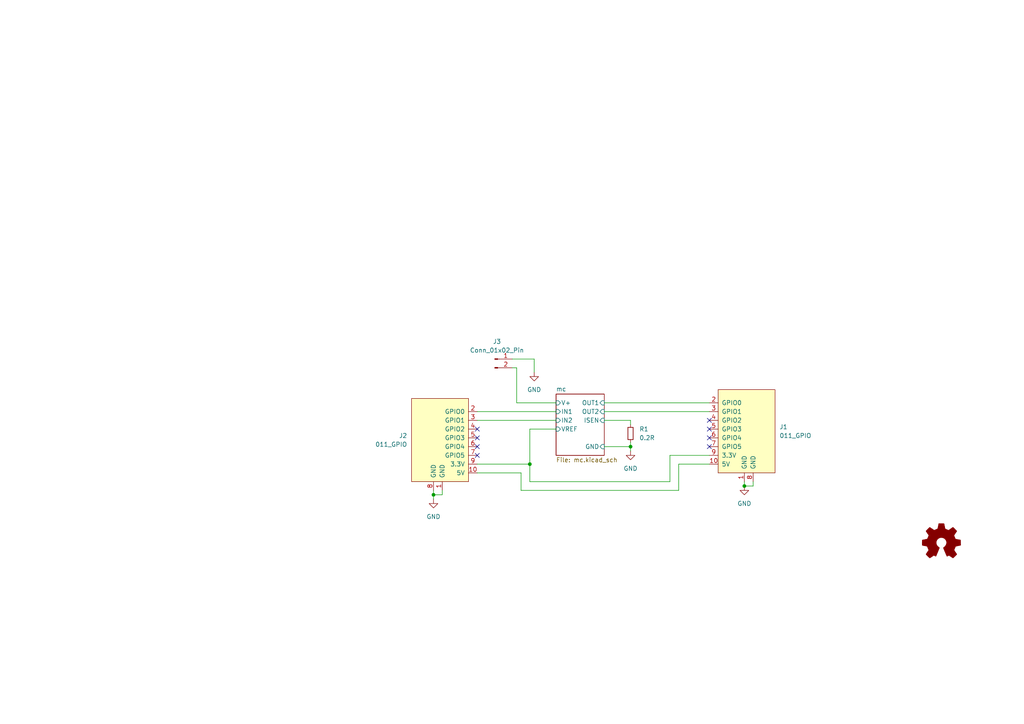
<source format=kicad_sch>
(kicad_sch
	(version 20231120)
	(generator "eeschema")
	(generator_version "8.0")
	(uuid "57732dd3-1162-4c3f-88bd-31bf473d124d")
	(paper "A4")
	(lib_symbols
		(symbol "Connector:Conn_01x02_Pin"
			(pin_names
				(offset 1.016) hide)
			(exclude_from_sim no)
			(in_bom yes)
			(on_board yes)
			(property "Reference" "J"
				(at 0 2.54 0)
				(effects
					(font
						(size 1.27 1.27)
					)
				)
			)
			(property "Value" "Conn_01x02_Pin"
				(at 0 -5.08 0)
				(effects
					(font
						(size 1.27 1.27)
					)
				)
			)
			(property "Footprint" ""
				(at 0 0 0)
				(effects
					(font
						(size 1.27 1.27)
					)
					(hide yes)
				)
			)
			(property "Datasheet" "~"
				(at 0 0 0)
				(effects
					(font
						(size 1.27 1.27)
					)
					(hide yes)
				)
			)
			(property "Description" "Generic connector, single row, 01x02, script generated"
				(at 0 0 0)
				(effects
					(font
						(size 1.27 1.27)
					)
					(hide yes)
				)
			)
			(property "ki_locked" ""
				(at 0 0 0)
				(effects
					(font
						(size 1.27 1.27)
					)
				)
			)
			(property "ki_keywords" "connector"
				(at 0 0 0)
				(effects
					(font
						(size 1.27 1.27)
					)
					(hide yes)
				)
			)
			(property "ki_fp_filters" "Connector*:*_1x??_*"
				(at 0 0 0)
				(effects
					(font
						(size 1.27 1.27)
					)
					(hide yes)
				)
			)
			(symbol "Conn_01x02_Pin_1_1"
				(polyline
					(pts
						(xy 1.27 -2.54) (xy 0.8636 -2.54)
					)
					(stroke
						(width 0.1524)
						(type default)
					)
					(fill
						(type none)
					)
				)
				(polyline
					(pts
						(xy 1.27 0) (xy 0.8636 0)
					)
					(stroke
						(width 0.1524)
						(type default)
					)
					(fill
						(type none)
					)
				)
				(rectangle
					(start 0.8636 -2.413)
					(end 0 -2.667)
					(stroke
						(width 0.1524)
						(type default)
					)
					(fill
						(type outline)
					)
				)
				(rectangle
					(start 0.8636 0.127)
					(end 0 -0.127)
					(stroke
						(width 0.1524)
						(type default)
					)
					(fill
						(type outline)
					)
				)
				(pin passive line
					(at 5.08 0 180)
					(length 3.81)
					(name "Pin_1"
						(effects
							(font
								(size 1.27 1.27)
							)
						)
					)
					(number "1"
						(effects
							(font
								(size 1.27 1.27)
							)
						)
					)
				)
				(pin passive line
					(at 5.08 -2.54 180)
					(length 3.81)
					(name "Pin_2"
						(effects
							(font
								(size 1.27 1.27)
							)
						)
					)
					(number "2"
						(effects
							(font
								(size 1.27 1.27)
							)
						)
					)
				)
			)
		)
		(symbol "Device:R_Small"
			(pin_numbers hide)
			(pin_names
				(offset 0.254) hide)
			(exclude_from_sim no)
			(in_bom yes)
			(on_board yes)
			(property "Reference" "R"
				(at 0.762 0.508 0)
				(effects
					(font
						(size 1.27 1.27)
					)
					(justify left)
				)
			)
			(property "Value" "R_Small"
				(at 0.762 -1.016 0)
				(effects
					(font
						(size 1.27 1.27)
					)
					(justify left)
				)
			)
			(property "Footprint" ""
				(at 0 0 0)
				(effects
					(font
						(size 1.27 1.27)
					)
					(hide yes)
				)
			)
			(property "Datasheet" "~"
				(at 0 0 0)
				(effects
					(font
						(size 1.27 1.27)
					)
					(hide yes)
				)
			)
			(property "Description" "Resistor, small symbol"
				(at 0 0 0)
				(effects
					(font
						(size 1.27 1.27)
					)
					(hide yes)
				)
			)
			(property "ki_keywords" "R resistor"
				(at 0 0 0)
				(effects
					(font
						(size 1.27 1.27)
					)
					(hide yes)
				)
			)
			(property "ki_fp_filters" "R_*"
				(at 0 0 0)
				(effects
					(font
						(size 1.27 1.27)
					)
					(hide yes)
				)
			)
			(symbol "R_Small_0_1"
				(rectangle
					(start -0.762 1.778)
					(end 0.762 -1.778)
					(stroke
						(width 0.2032)
						(type default)
					)
					(fill
						(type none)
					)
				)
			)
			(symbol "R_Small_1_1"
				(pin passive line
					(at 0 2.54 270)
					(length 0.762)
					(name "~"
						(effects
							(font
								(size 1.27 1.27)
							)
						)
					)
					(number "1"
						(effects
							(font
								(size 1.27 1.27)
							)
						)
					)
				)
				(pin passive line
					(at 0 -2.54 90)
					(length 0.762)
					(name "~"
						(effects
							(font
								(size 1.27 1.27)
							)
						)
					)
					(number "2"
						(effects
							(font
								(size 1.27 1.27)
							)
						)
					)
				)
			)
		)
		(symbol "Graphic:Logo_Open_Hardware_Small"
			(pin_names
				(offset 1.016)
			)
			(exclude_from_sim no)
			(in_bom yes)
			(on_board yes)
			(property "Reference" "#LOGO"
				(at 0 6.985 0)
				(effects
					(font
						(size 1.27 1.27)
					)
					(hide yes)
				)
			)
			(property "Value" "Logo_Open_Hardware_Small"
				(at 0 -5.715 0)
				(effects
					(font
						(size 1.27 1.27)
					)
					(hide yes)
				)
			)
			(property "Footprint" ""
				(at 0 0 0)
				(effects
					(font
						(size 1.27 1.27)
					)
					(hide yes)
				)
			)
			(property "Datasheet" "~"
				(at 0 0 0)
				(effects
					(font
						(size 1.27 1.27)
					)
					(hide yes)
				)
			)
			(property "Description" "Open Hardware logo, small"
				(at 0 0 0)
				(effects
					(font
						(size 1.27 1.27)
					)
					(hide yes)
				)
			)
			(property "ki_keywords" "Logo"
				(at 0 0 0)
				(effects
					(font
						(size 1.27 1.27)
					)
					(hide yes)
				)
			)
			(symbol "Logo_Open_Hardware_Small_0_1"
				(polyline
					(pts
						(xy 3.3528 -4.3434) (xy 3.302 -4.318) (xy 3.175 -4.2418) (xy 2.9972 -4.1148) (xy 2.7686 -3.9624)
						(xy 2.54 -3.81) (xy 2.3622 -3.7084) (xy 2.2352 -3.6068) (xy 2.1844 -3.5814) (xy 2.159 -3.6068)
						(xy 2.0574 -3.6576) (xy 1.905 -3.7338) (xy 1.8034 -3.7846) (xy 1.6764 -3.8354) (xy 1.6002 -3.8354)
						(xy 1.6002 -3.8354) (xy 1.5494 -3.7338) (xy 1.4732 -3.5306) (xy 1.3462 -3.302) (xy 1.2446 -3.0226)
						(xy 1.1176 -2.7178) (xy 0.9652 -2.413) (xy 0.8636 -2.1082) (xy 0.7366 -1.8288) (xy 0.6604 -1.6256)
						(xy 0.6096 -1.4732) (xy 0.5842 -1.397) (xy 0.5842 -1.397) (xy 0.6604 -1.3208) (xy 0.7874 -1.2446)
						(xy 1.0414 -1.016) (xy 1.2954 -0.6858) (xy 1.4478 -0.3302) (xy 1.524 0.0762) (xy 1.4732 0.4572)
						(xy 1.3208 0.8128) (xy 1.0668 1.143) (xy 0.762 1.3716) (xy 0.4064 1.524) (xy 0 1.5748) (xy -0.381 1.5494)
						(xy -0.7366 1.397) (xy -1.0668 1.143) (xy -1.2192 0.9906) (xy -1.397 0.6604) (xy -1.524 0.3048)
						(xy -1.524 0.2286) (xy -1.4986 -0.1778) (xy -1.397 -0.5334) (xy -1.1938 -0.8636) (xy -0.9144 -1.143)
						(xy -0.8636 -1.1684) (xy -0.7366 -1.27) (xy -0.635 -1.3462) (xy -0.5842 -1.397) (xy -1.0668 -2.5908)
						(xy -1.143 -2.794) (xy -1.2954 -3.1242) (xy -1.397 -3.4036) (xy -1.4986 -3.6322) (xy -1.5748 -3.7846)
						(xy -1.6002 -3.8354) (xy -1.6002 -3.8354) (xy -1.651 -3.8354) (xy -1.7272 -3.81) (xy -1.905 -3.7338)
						(xy -2.0066 -3.683) (xy -2.1336 -3.6068) (xy -2.2098 -3.5814) (xy -2.2606 -3.6068) (xy -2.3622 -3.683)
						(xy -2.54 -3.81) (xy -2.7686 -3.9624) (xy -2.9718 -4.0894) (xy -3.1496 -4.2164) (xy -3.302 -4.318)
						(xy -3.3528 -4.3434) (xy -3.3782 -4.3434) (xy -3.429 -4.318) (xy -3.5306 -4.2164) (xy -3.7084 -4.064)
						(xy -3.937 -3.8354) (xy -3.9624 -3.81) (xy -4.1656 -3.6068) (xy -4.318 -3.4544) (xy -4.4196 -3.3274)
						(xy -4.445 -3.2766) (xy -4.445 -3.2766) (xy -4.4196 -3.2258) (xy -4.318 -3.0734) (xy -4.2164 -2.8956)
						(xy -4.064 -2.667) (xy -3.6576 -2.0828) (xy -3.8862 -1.5494) (xy -3.937 -1.3716) (xy -4.0386 -1.1684)
						(xy -4.0894 -1.0414) (xy -4.1148 -0.9652) (xy -4.191 -0.9398) (xy -4.318 -0.9144) (xy -4.5466 -0.8636)
						(xy -4.8006 -0.8128) (xy -5.0546 -0.7874) (xy -5.2578 -0.7366) (xy -5.4356 -0.7112) (xy -5.5118 -0.6858)
						(xy -5.5118 -0.6858) (xy -5.5372 -0.635) (xy -5.5372 -0.5588) (xy -5.5372 -0.4318) (xy -5.5626 -0.2286)
						(xy -5.5626 0.0762) (xy -5.5626 0.127) (xy -5.5372 0.4064) (xy -5.5372 0.635) (xy -5.5372 0.762)
						(xy -5.5372 0.8382) (xy -5.5372 0.8382) (xy -5.461 0.8382) (xy -5.3086 0.889) (xy -5.08 0.9144)
						(xy -4.826 0.9652) (xy -4.8006 0.9906) (xy -4.5466 1.0414) (xy -4.318 1.0668) (xy -4.1656 1.1176)
						(xy -4.0894 1.143) (xy -4.0894 1.143) (xy -4.0386 1.2446) (xy -3.9624 1.4224) (xy -3.8608 1.6256)
						(xy -3.7846 1.8288) (xy -3.7084 2.0066) (xy -3.6576 2.159) (xy -3.6322 2.2098) (xy -3.6322 2.2098)
						(xy -3.683 2.286) (xy -3.7592 2.413) (xy -3.8862 2.5908) (xy -4.064 2.8194) (xy -4.064 2.8448)
						(xy -4.2164 3.0734) (xy -4.3434 3.2512) (xy -4.4196 3.3782) (xy -4.445 3.4544) (xy -4.445 3.4544)
						(xy -4.3942 3.5052) (xy -4.2926 3.6322) (xy -4.1148 3.81) (xy -3.937 4.0132) (xy -3.8608 4.064)
						(xy -3.6576 4.2926) (xy -3.5052 4.4196) (xy -3.4036 4.4958) (xy -3.3528 4.5212) (xy -3.3528 4.5212)
						(xy -3.302 4.4704) (xy -3.1496 4.3688) (xy -2.9718 4.2418) (xy -2.7432 4.0894) (xy -2.7178 4.0894)
						(xy -2.4892 3.937) (xy -2.3114 3.81) (xy -2.1844 3.7084) (xy -2.1336 3.683) (xy -2.1082 3.683)
						(xy -2.032 3.7084) (xy -1.8542 3.7592) (xy -1.6764 3.8354) (xy -1.4732 3.937) (xy -1.27 4.0132)
						(xy -1.143 4.064) (xy -1.0668 4.1148) (xy -1.0668 4.1148) (xy -1.0414 4.191) (xy -1.016 4.3434)
						(xy -0.9652 4.572) (xy -0.9144 4.8514) (xy -0.889 4.9022) (xy -0.8382 5.1562) (xy -0.8128 5.3848)
						(xy -0.7874 5.5372) (xy -0.762 5.588) (xy -0.7112 5.6134) (xy -0.5842 5.6134) (xy -0.4064 5.6134)
						(xy -0.1524 5.6134) (xy 0.0762 5.6134) (xy 0.3302 5.6134) (xy 0.5334 5.6134) (xy 0.6858 5.588)
						(xy 0.7366 5.588) (xy 0.7366 5.588) (xy 0.762 5.5118) (xy 0.8128 5.334) (xy 0.8382 5.1054) (xy 0.9144 4.826)
						(xy 0.9144 4.7752) (xy 0.9652 4.5212) (xy 1.016 4.2926) (xy 1.0414 4.1402) (xy 1.0668 4.0894)
						(xy 1.0668 4.0894) (xy 1.1938 4.0386) (xy 1.3716 3.9624) (xy 1.5748 3.8608) (xy 2.0828 3.6576)
						(xy 2.7178 4.0894) (xy 2.7686 4.1402) (xy 2.9972 4.2926) (xy 3.175 4.4196) (xy 3.302 4.4958) (xy 3.3782 4.5212)
						(xy 3.3782 4.5212) (xy 3.429 4.4704) (xy 3.556 4.3434) (xy 3.7338 4.191) (xy 3.9116 3.9878) (xy 4.064 3.8354)
						(xy 4.2418 3.6576) (xy 4.3434 3.556) (xy 4.4196 3.4798) (xy 4.4196 3.429) (xy 4.4196 3.4036) (xy 4.3942 3.3274)
						(xy 4.2926 3.2004) (xy 4.1656 2.9972) (xy 4.0132 2.794) (xy 3.8862 2.5908) (xy 3.7592 2.3876)
						(xy 3.6576 2.2352) (xy 3.6322 2.159) (xy 3.6322 2.1336) (xy 3.683 2.0066) (xy 3.7592 1.8288) (xy 3.8608 1.6002)
						(xy 4.064 1.1176) (xy 4.3942 1.0414) (xy 4.5974 1.016) (xy 4.8768 0.9652) (xy 5.1308 0.9144) (xy 5.5372 0.8382)
						(xy 5.5626 -0.6604) (xy 5.4864 -0.6858) (xy 5.4356 -0.6858) (xy 5.2832 -0.7366) (xy 5.0546 -0.762)
						(xy 4.8006 -0.8128) (xy 4.5974 -0.8636) (xy 4.3688 -0.9144) (xy 4.2164 -0.9398) (xy 4.1402 -0.9398)
						(xy 4.1148 -0.9652) (xy 4.064 -1.0668) (xy 3.9878 -1.2446) (xy 3.9116 -1.4478) (xy 3.81 -1.651)
						(xy 3.7338 -1.8542) (xy 3.683 -2.0066) (xy 3.6576 -2.0828) (xy 3.683 -2.1336) (xy 3.7846 -2.2606)
						(xy 3.8862 -2.4638) (xy 4.0386 -2.667) (xy 4.191 -2.8956) (xy 4.318 -3.0734) (xy 4.3942 -3.2004)
						(xy 4.445 -3.2766) (xy 4.4196 -3.3274) (xy 4.3434 -3.429) (xy 4.1656 -3.5814) (xy 3.937 -3.8354)
						(xy 3.8862 -3.8608) (xy 3.683 -4.064) (xy 3.5306 -4.2164) (xy 3.4036 -4.318) (xy 3.3528 -4.3434)
					)
					(stroke
						(width 0)
						(type default)
					)
					(fill
						(type outline)
					)
				)
			)
		)
		(symbol "power:GND"
			(power)
			(pin_names
				(offset 0)
			)
			(exclude_from_sim no)
			(in_bom yes)
			(on_board yes)
			(property "Reference" "#PWR"
				(at 0 -6.35 0)
				(effects
					(font
						(size 1.27 1.27)
					)
					(hide yes)
				)
			)
			(property "Value" "GND"
				(at 0 -3.81 0)
				(effects
					(font
						(size 1.27 1.27)
					)
				)
			)
			(property "Footprint" ""
				(at 0 0 0)
				(effects
					(font
						(size 1.27 1.27)
					)
					(hide yes)
				)
			)
			(property "Datasheet" ""
				(at 0 0 0)
				(effects
					(font
						(size 1.27 1.27)
					)
					(hide yes)
				)
			)
			(property "Description" "Power symbol creates a global label with name \"GND\" , ground"
				(at 0 0 0)
				(effects
					(font
						(size 1.27 1.27)
					)
					(hide yes)
				)
			)
			(property "ki_keywords" "power-flag"
				(at 0 0 0)
				(effects
					(font
						(size 1.27 1.27)
					)
					(hide yes)
				)
			)
			(symbol "GND_0_1"
				(polyline
					(pts
						(xy 0 0) (xy 0 -1.27) (xy 1.27 -1.27) (xy 0 -2.54) (xy -1.27 -1.27) (xy 0 -1.27)
					)
					(stroke
						(width 0)
						(type default)
					)
					(fill
						(type none)
					)
				)
			)
			(symbol "GND_1_1"
				(pin power_in line
					(at 0 0 270)
					(length 0) hide
					(name "GND"
						(effects
							(font
								(size 1.27 1.27)
							)
						)
					)
					(number "1"
						(effects
							(font
								(size 1.27 1.27)
							)
						)
					)
				)
			)
		)
		(symbol "put_on_edge:011_GPIO"
			(pin_names
				(offset 1.016)
			)
			(exclude_from_sim no)
			(in_bom yes)
			(on_board yes)
			(property "Reference" "J"
				(at -2.54 13.97 0)
				(effects
					(font
						(size 1.27 1.27)
					)
				)
			)
			(property "Value" "011_GPIO"
				(at 8.89 13.97 0)
				(effects
					(font
						(size 1.27 1.27)
					)
				)
			)
			(property "Footprint" ""
				(at 7.62 16.51 0)
				(effects
					(font
						(size 1.27 1.27)
					)
					(hide yes)
				)
			)
			(property "Datasheet" ""
				(at 7.62 16.51 0)
				(effects
					(font
						(size 1.27 1.27)
					)
					(hide yes)
				)
			)
			(property "Description" ""
				(at 0 0 0)
				(effects
					(font
						(size 1.27 1.27)
					)
					(hide yes)
				)
			)
			(symbol "011_GPIO_0_1"
				(rectangle
					(start -8.89 12.7)
					(end 7.62 -11.43)
					(stroke
						(width 0)
						(type default)
					)
					(fill
						(type background)
					)
				)
			)
			(symbol "011_GPIO_1_1"
				(pin power_in line
					(at -1.27 -13.97 90)
					(length 2.54)
					(name "GND"
						(effects
							(font
								(size 1.27 1.27)
							)
						)
					)
					(number "1"
						(effects
							(font
								(size 1.27 1.27)
							)
						)
					)
				)
				(pin power_in line
					(at -11.43 -8.89 0)
					(length 2.54)
					(name "5V"
						(effects
							(font
								(size 1.27 1.27)
							)
						)
					)
					(number "10"
						(effects
							(font
								(size 1.27 1.27)
							)
						)
					)
				)
				(pin bidirectional line
					(at -11.43 8.89 0)
					(length 2.54)
					(name "GPIO0"
						(effects
							(font
								(size 1.27 1.27)
							)
						)
					)
					(number "2"
						(effects
							(font
								(size 1.27 1.27)
							)
						)
					)
				)
				(pin bidirectional line
					(at -11.43 6.35 0)
					(length 2.54)
					(name "GPIO1"
						(effects
							(font
								(size 1.27 1.27)
							)
						)
					)
					(number "3"
						(effects
							(font
								(size 1.27 1.27)
							)
						)
					)
				)
				(pin bidirectional line
					(at -11.43 3.81 0)
					(length 2.54)
					(name "GPIO2"
						(effects
							(font
								(size 1.27 1.27)
							)
						)
					)
					(number "4"
						(effects
							(font
								(size 1.27 1.27)
							)
						)
					)
				)
				(pin bidirectional line
					(at -11.43 1.27 0)
					(length 2.54)
					(name "GPIO3"
						(effects
							(font
								(size 1.27 1.27)
							)
						)
					)
					(number "5"
						(effects
							(font
								(size 1.27 1.27)
							)
						)
					)
				)
				(pin bidirectional line
					(at -11.43 -1.27 0)
					(length 2.54)
					(name "GPIO4"
						(effects
							(font
								(size 1.27 1.27)
							)
						)
					)
					(number "6"
						(effects
							(font
								(size 1.27 1.27)
							)
						)
					)
				)
				(pin bidirectional line
					(at -11.43 -3.81 0)
					(length 2.54)
					(name "GPIO5"
						(effects
							(font
								(size 1.27 1.27)
							)
						)
					)
					(number "7"
						(effects
							(font
								(size 1.27 1.27)
							)
						)
					)
				)
				(pin power_in line
					(at 1.27 -13.97 90)
					(length 2.54)
					(name "GND"
						(effects
							(font
								(size 1.27 1.27)
							)
						)
					)
					(number "8"
						(effects
							(font
								(size 1.27 1.27)
							)
						)
					)
				)
				(pin power_in line
					(at -11.43 -6.35 0)
					(length 2.54)
					(name "3.3V"
						(effects
							(font
								(size 1.27 1.27)
							)
						)
					)
					(number "9"
						(effects
							(font
								(size 1.27 1.27)
							)
						)
					)
				)
			)
		)
	)
	(junction
		(at 182.88 129.54)
		(diameter 0)
		(color 0 0 0 0)
		(uuid "3121a154-8ed6-47c9-869c-52e81a36fd44")
	)
	(junction
		(at 153.67 134.62)
		(diameter 0)
		(color 0 0 0 0)
		(uuid "7d2bc9be-50a0-4575-ac88-03afb441c215")
	)
	(junction
		(at 125.73 143.51)
		(diameter 0)
		(color 0 0 0 0)
		(uuid "c052637c-1a32-4aa1-85c7-b3e90041995e")
	)
	(junction
		(at 215.9 140.97)
		(diameter 0)
		(color 0 0 0 0)
		(uuid "ff35116b-3619-4c39-9010-034e160b8e99")
	)
	(no_connect
		(at 205.74 129.54)
		(uuid "5d8c4656-5e0d-4dd7-8941-34b8471eaf11")
	)
	(no_connect
		(at 205.74 124.46)
		(uuid "68904ceb-dcec-42fd-be48-e334be303089")
	)
	(no_connect
		(at 205.74 127)
		(uuid "8a15aa3f-62a2-49ee-8eaa-762c4bc0a55a")
	)
	(no_connect
		(at 138.43 129.54)
		(uuid "8d388778-8bf6-4264-a067-662a4fbe9db3")
	)
	(no_connect
		(at 138.43 127)
		(uuid "a30c6884-594f-45c3-8a5e-ae70b6d09c83")
	)
	(no_connect
		(at 138.43 124.46)
		(uuid "ae9843e0-701f-41fb-9822-78867ba84902")
	)
	(no_connect
		(at 138.43 132.08)
		(uuid "c0ee4afa-9771-4a02-8d16-66e9d7b9a6e2")
	)
	(no_connect
		(at 205.74 121.92)
		(uuid "c3a539b9-a025-4654-aa76-ca27e6297491")
	)
	(wire
		(pts
			(xy 153.67 134.62) (xy 138.43 134.62)
		)
		(stroke
			(width 0)
			(type default)
		)
		(uuid "005aecd3-9846-4266-b1f7-1a5890562148")
	)
	(wire
		(pts
			(xy 138.43 121.92) (xy 161.29 121.92)
		)
		(stroke
			(width 0)
			(type default)
		)
		(uuid "0f9b00aa-4a4b-432b-bb82-da1a7854486e")
	)
	(wire
		(pts
			(xy 148.59 106.68) (xy 149.86 106.68)
		)
		(stroke
			(width 0)
			(type default)
		)
		(uuid "152e3634-670a-4355-a2a2-fe151c9156fb")
	)
	(wire
		(pts
			(xy 154.94 107.95) (xy 154.94 104.14)
		)
		(stroke
			(width 0)
			(type default)
		)
		(uuid "16104dcf-1abd-4c52-aac8-c47d94ade9d2")
	)
	(wire
		(pts
			(xy 125.73 142.24) (xy 125.73 143.51)
		)
		(stroke
			(width 0)
			(type default)
		)
		(uuid "1c8fcda4-ac51-43a6-b878-16b90bb508e0")
	)
	(wire
		(pts
			(xy 175.26 116.84) (xy 205.74 116.84)
		)
		(stroke
			(width 0)
			(type default)
		)
		(uuid "292ae4ee-276a-4072-a695-10a199e8ee4d")
	)
	(wire
		(pts
			(xy 215.9 139.7) (xy 215.9 140.97)
		)
		(stroke
			(width 0)
			(type default)
		)
		(uuid "2be3cc94-4e38-4f49-80e1-3dd4358ed11b")
	)
	(wire
		(pts
			(xy 218.44 140.97) (xy 218.44 139.7)
		)
		(stroke
			(width 0)
			(type default)
		)
		(uuid "36045e34-7f92-4823-9008-6c11da517660")
	)
	(wire
		(pts
			(xy 182.88 128.27) (xy 182.88 129.54)
		)
		(stroke
			(width 0)
			(type default)
		)
		(uuid "465db98c-0c38-4e18-bd2a-d098e3673b39")
	)
	(wire
		(pts
			(xy 175.26 119.38) (xy 205.74 119.38)
		)
		(stroke
			(width 0)
			(type default)
		)
		(uuid "4c8404a7-d696-4940-9919-5b05f469b4ed")
	)
	(wire
		(pts
			(xy 153.67 134.62) (xy 153.67 139.7)
		)
		(stroke
			(width 0)
			(type default)
		)
		(uuid "52ddffdb-2662-4757-b244-bbb6f15861d0")
	)
	(wire
		(pts
			(xy 205.74 134.62) (xy 196.85 134.62)
		)
		(stroke
			(width 0)
			(type default)
		)
		(uuid "536ece91-6600-4c4b-8d12-979f010e8659")
	)
	(wire
		(pts
			(xy 182.88 129.54) (xy 182.88 130.81)
		)
		(stroke
			(width 0)
			(type default)
		)
		(uuid "5a1fc14d-1d6f-444c-82b2-77ce3f0eeb3f")
	)
	(wire
		(pts
			(xy 151.13 142.24) (xy 151.13 137.16)
		)
		(stroke
			(width 0)
			(type default)
		)
		(uuid "5b803986-e6a2-4c53-a7a1-86fb9de4fb54")
	)
	(wire
		(pts
			(xy 182.88 121.92) (xy 182.88 123.19)
		)
		(stroke
			(width 0)
			(type default)
		)
		(uuid "5ed44195-9a9d-448f-8b5f-2ad75b16164e")
	)
	(wire
		(pts
			(xy 194.31 132.08) (xy 205.74 132.08)
		)
		(stroke
			(width 0)
			(type default)
		)
		(uuid "73672050-4025-460c-8b6b-904c901241d9")
	)
	(wire
		(pts
			(xy 194.31 139.7) (xy 194.31 132.08)
		)
		(stroke
			(width 0)
			(type default)
		)
		(uuid "8b5dc985-68d4-470e-be8c-833e27935178")
	)
	(wire
		(pts
			(xy 215.9 140.97) (xy 218.44 140.97)
		)
		(stroke
			(width 0)
			(type default)
		)
		(uuid "9e3e2240-2f14-4017-80f5-8765b2592c0f")
	)
	(wire
		(pts
			(xy 151.13 137.16) (xy 138.43 137.16)
		)
		(stroke
			(width 0)
			(type default)
		)
		(uuid "9f57bdab-4c6f-4fe9-9959-4d7e6b76575c")
	)
	(wire
		(pts
			(xy 128.27 143.51) (xy 128.27 142.24)
		)
		(stroke
			(width 0)
			(type default)
		)
		(uuid "ac214fa1-2475-4320-9c07-d746bba708f2")
	)
	(wire
		(pts
			(xy 175.26 129.54) (xy 182.88 129.54)
		)
		(stroke
			(width 0)
			(type default)
		)
		(uuid "b5f50e6e-6728-4454-96f5-44e0bc388ce5")
	)
	(wire
		(pts
			(xy 153.67 124.46) (xy 153.67 134.62)
		)
		(stroke
			(width 0)
			(type default)
		)
		(uuid "b76a1baf-9bb1-4563-af70-5b392c41f94b")
	)
	(wire
		(pts
			(xy 154.94 104.14) (xy 148.59 104.14)
		)
		(stroke
			(width 0)
			(type default)
		)
		(uuid "ba44e81b-4f5c-491b-a405-2a29ea7fd2bf")
	)
	(wire
		(pts
			(xy 196.85 134.62) (xy 196.85 142.24)
		)
		(stroke
			(width 0)
			(type default)
		)
		(uuid "c0240624-a258-491f-866f-afec123ad1ca")
	)
	(wire
		(pts
			(xy 161.29 124.46) (xy 153.67 124.46)
		)
		(stroke
			(width 0)
			(type default)
		)
		(uuid "c93ddec2-775b-43a3-97fb-19a2d2b1fd4a")
	)
	(wire
		(pts
			(xy 196.85 142.24) (xy 151.13 142.24)
		)
		(stroke
			(width 0)
			(type default)
		)
		(uuid "cba24d87-2530-4b6d-970b-865ffa3786a6")
	)
	(wire
		(pts
			(xy 153.67 139.7) (xy 194.31 139.7)
		)
		(stroke
			(width 0)
			(type default)
		)
		(uuid "d05f721d-c18e-4cd7-b8d1-27427e01991d")
	)
	(wire
		(pts
			(xy 125.73 144.78) (xy 125.73 143.51)
		)
		(stroke
			(width 0)
			(type default)
		)
		(uuid "dab47401-f561-4017-8621-2a52cdd2f6da")
	)
	(wire
		(pts
			(xy 149.86 116.84) (xy 161.29 116.84)
		)
		(stroke
			(width 0)
			(type default)
		)
		(uuid "dd15be84-a183-4208-8557-3d8a04466273")
	)
	(wire
		(pts
			(xy 138.43 119.38) (xy 161.29 119.38)
		)
		(stroke
			(width 0)
			(type default)
		)
		(uuid "de1d8432-663b-4073-a4fb-b6d7e64ec570")
	)
	(wire
		(pts
			(xy 175.26 121.92) (xy 182.88 121.92)
		)
		(stroke
			(width 0)
			(type default)
		)
		(uuid "e61a51f3-05d0-4ae5-ac9b-df12a2c823f3")
	)
	(wire
		(pts
			(xy 125.73 143.51) (xy 128.27 143.51)
		)
		(stroke
			(width 0)
			(type default)
		)
		(uuid "eeced00a-4b85-4c3b-bfcc-aa4df68f2619")
	)
	(wire
		(pts
			(xy 149.86 106.68) (xy 149.86 116.84)
		)
		(stroke
			(width 0)
			(type default)
		)
		(uuid "f0de78b8-4528-4c97-903d-21249e8eb03b")
	)
	(symbol
		(lib_id "put_on_edge:011_GPIO")
		(at 127 128.27 0)
		(mirror y)
		(unit 1)
		(exclude_from_sim no)
		(in_bom yes)
		(on_board yes)
		(dnp no)
		(uuid "2dbc56a8-9bc3-4d66-9fc1-077c04662658")
		(property "Reference" "J2"
			(at 118.11 126.3649 0)
			(effects
				(font
					(size 1.27 1.27)
				)
				(justify left)
			)
		)
		(property "Value" "011_GPIO"
			(at 118.11 128.9049 0)
			(effects
				(font
					(size 1.27 1.27)
				)
				(justify left)
			)
		)
		(property "Footprint" "on_edge:on_edge_2x05_device"
			(at 119.38 111.76 0)
			(effects
				(font
					(size 1.27 1.27)
				)
				(hide yes)
			)
		)
		(property "Datasheet" ""
			(at 119.38 111.76 0)
			(effects
				(font
					(size 1.27 1.27)
				)
				(hide yes)
			)
		)
		(property "Description" ""
			(at 127 128.27 0)
			(effects
				(font
					(size 1.27 1.27)
				)
				(hide yes)
			)
		)
		(pin "7"
			(uuid "fb7cce84-0877-4d52-8adf-3428f0532601")
		)
		(pin "6"
			(uuid "acc7acb5-abee-4823-a690-112f208f499c")
		)
		(pin "4"
			(uuid "4bf1506f-5bfc-4412-91a8-71b955b1d9dd")
		)
		(pin "10"
			(uuid "a5901984-2076-423d-bae1-6930352fa054")
		)
		(pin "8"
			(uuid "c55f2e9d-41b7-46aa-a122-c6c87dedc17d")
		)
		(pin "5"
			(uuid "31eac369-f111-4de0-adfa-e931e7a03282")
		)
		(pin "2"
			(uuid "eb06c99b-4e9a-4511-a8c7-b1e97a0add6b")
		)
		(pin "9"
			(uuid "2c78221a-51eb-4261-9ce7-77b2231eb65d")
		)
		(pin "3"
			(uuid "9233babe-06a0-4799-9e5e-6736b72563a9")
		)
		(pin "1"
			(uuid "031a47b5-db38-4a1e-bc6a-dbab2ddbdcd3")
		)
		(instances
			(project "board"
				(path "/57732dd3-1162-4c3f-88bd-31bf473d124d"
					(reference "J2")
					(unit 1)
				)
			)
		)
	)
	(symbol
		(lib_id "Connector:Conn_01x02_Pin")
		(at 143.51 104.14 0)
		(unit 1)
		(exclude_from_sim no)
		(in_bom yes)
		(on_board yes)
		(dnp no)
		(fields_autoplaced yes)
		(uuid "41019a6e-2016-4445-b922-452b6e815a7d")
		(property "Reference" "J3"
			(at 144.145 99.06 0)
			(effects
				(font
					(size 1.27 1.27)
				)
			)
		)
		(property "Value" "Conn_01x02_Pin"
			(at 144.145 101.6 0)
			(effects
				(font
					(size 1.27 1.27)
				)
			)
		)
		(property "Footprint" "Connector_PinHeader_2.54mm:PinHeader_1x02_P2.54mm_Vertical"
			(at 143.51 104.14 0)
			(effects
				(font
					(size 1.27 1.27)
				)
				(hide yes)
			)
		)
		(property "Datasheet" "~"
			(at 143.51 104.14 0)
			(effects
				(font
					(size 1.27 1.27)
				)
				(hide yes)
			)
		)
		(property "Description" "Generic connector, single row, 01x02, script generated"
			(at 143.51 104.14 0)
			(effects
				(font
					(size 1.27 1.27)
				)
				(hide yes)
			)
		)
		(pin "1"
			(uuid "32bad213-bc63-4bc2-9424-585822c12b11")
		)
		(pin "2"
			(uuid "7cf60e60-6e70-4f87-8221-af6d7bd7635c")
		)
		(instances
			(project ""
				(path "/57732dd3-1162-4c3f-88bd-31bf473d124d"
					(reference "J3")
					(unit 1)
				)
			)
		)
	)
	(symbol
		(lib_id "put_on_edge:011_GPIO")
		(at 217.17 125.73 0)
		(unit 1)
		(exclude_from_sim no)
		(in_bom yes)
		(on_board yes)
		(dnp no)
		(fields_autoplaced yes)
		(uuid "4eeff5c9-62af-4cf1-b189-0a39bcc0a15e")
		(property "Reference" "J1"
			(at 226.06 123.8249 0)
			(effects
				(font
					(size 1.27 1.27)
				)
				(justify left)
			)
		)
		(property "Value" "011_GPIO"
			(at 226.06 126.3649 0)
			(effects
				(font
					(size 1.27 1.27)
				)
				(justify left)
			)
		)
		(property "Footprint" "on_edge:on_edge_2x05_host"
			(at 224.79 109.22 0)
			(effects
				(font
					(size 1.27 1.27)
				)
				(hide yes)
			)
		)
		(property "Datasheet" ""
			(at 224.79 109.22 0)
			(effects
				(font
					(size 1.27 1.27)
				)
				(hide yes)
			)
		)
		(property "Description" ""
			(at 217.17 125.73 0)
			(effects
				(font
					(size 1.27 1.27)
				)
				(hide yes)
			)
		)
		(pin "7"
			(uuid "44705d19-49e7-43c7-a9a3-885818b79012")
		)
		(pin "6"
			(uuid "f425a4bf-ce71-40f8-91d5-7af46e596a2b")
		)
		(pin "4"
			(uuid "3523b0c3-211b-4cff-97ad-daeb5922cae0")
		)
		(pin "10"
			(uuid "44abfea2-d2b3-4091-bb80-f43842226238")
		)
		(pin "8"
			(uuid "c3132437-c672-41aa-b699-f283dea712b6")
		)
		(pin "5"
			(uuid "ba80ca79-1faa-4dcd-831e-1355fb45d396")
		)
		(pin "2"
			(uuid "36d867e5-7748-41fc-9f1e-9b3bd3a90106")
		)
		(pin "9"
			(uuid "8a8d918c-a306-44a6-953a-f9abf982ae73")
		)
		(pin "3"
			(uuid "286434cc-9de9-489f-842e-1569e7e1281a")
		)
		(pin "1"
			(uuid "f0a14096-fc73-4a86-849d-339776e11926")
		)
		(instances
			(project ""
				(path "/57732dd3-1162-4c3f-88bd-31bf473d124d"
					(reference "J1")
					(unit 1)
				)
			)
		)
	)
	(symbol
		(lib_id "power:GND")
		(at 125.73 144.78 0)
		(unit 1)
		(exclude_from_sim no)
		(in_bom yes)
		(on_board yes)
		(dnp no)
		(fields_autoplaced yes)
		(uuid "68d7132b-fc5e-48e9-a519-692aee468c66")
		(property "Reference" "#PWR01"
			(at 125.73 151.13 0)
			(effects
				(font
					(size 1.27 1.27)
				)
				(hide yes)
			)
		)
		(property "Value" "GND"
			(at 125.73 149.86 0)
			(effects
				(font
					(size 1.27 1.27)
				)
			)
		)
		(property "Footprint" ""
			(at 125.73 144.78 0)
			(effects
				(font
					(size 1.27 1.27)
				)
				(hide yes)
			)
		)
		(property "Datasheet" ""
			(at 125.73 144.78 0)
			(effects
				(font
					(size 1.27 1.27)
				)
				(hide yes)
			)
		)
		(property "Description" ""
			(at 125.73 144.78 0)
			(effects
				(font
					(size 1.27 1.27)
				)
				(hide yes)
			)
		)
		(pin "1"
			(uuid "99cc3f34-3ecf-479e-bb59-58d40209b4c6")
		)
		(instances
			(project "board"
				(path "/57732dd3-1162-4c3f-88bd-31bf473d124d"
					(reference "#PWR01")
					(unit 1)
				)
			)
		)
	)
	(symbol
		(lib_id "power:GND")
		(at 182.88 130.81 0)
		(unit 1)
		(exclude_from_sim no)
		(in_bom yes)
		(on_board yes)
		(dnp no)
		(fields_autoplaced yes)
		(uuid "971afa99-5d33-4a72-a8e1-edd3c45138ed")
		(property "Reference" "#PWR0101"
			(at 182.88 137.16 0)
			(effects
				(font
					(size 1.27 1.27)
				)
				(hide yes)
			)
		)
		(property "Value" "GND"
			(at 182.88 135.89 0)
			(effects
				(font
					(size 1.27 1.27)
				)
			)
		)
		(property "Footprint" ""
			(at 182.88 130.81 0)
			(effects
				(font
					(size 1.27 1.27)
				)
				(hide yes)
			)
		)
		(property "Datasheet" ""
			(at 182.88 130.81 0)
			(effects
				(font
					(size 1.27 1.27)
				)
				(hide yes)
			)
		)
		(property "Description" ""
			(at 182.88 130.81 0)
			(effects
				(font
					(size 1.27 1.27)
				)
				(hide yes)
			)
		)
		(pin "1"
			(uuid "0e12e353-ffd6-4e27-8957-653e209f57b0")
		)
		(instances
			(project "board"
				(path "/57732dd3-1162-4c3f-88bd-31bf473d124d"
					(reference "#PWR0101")
					(unit 1)
				)
			)
		)
	)
	(symbol
		(lib_id "power:GND")
		(at 215.9 140.97 0)
		(unit 1)
		(exclude_from_sim no)
		(in_bom yes)
		(on_board yes)
		(dnp no)
		(fields_autoplaced yes)
		(uuid "a0491554-43a7-4b56-85c4-f5a9585496d3")
		(property "Reference" "#PWR02"
			(at 215.9 147.32 0)
			(effects
				(font
					(size 1.27 1.27)
				)
				(hide yes)
			)
		)
		(property "Value" "GND"
			(at 215.9 146.05 0)
			(effects
				(font
					(size 1.27 1.27)
				)
			)
		)
		(property "Footprint" ""
			(at 215.9 140.97 0)
			(effects
				(font
					(size 1.27 1.27)
				)
				(hide yes)
			)
		)
		(property "Datasheet" ""
			(at 215.9 140.97 0)
			(effects
				(font
					(size 1.27 1.27)
				)
				(hide yes)
			)
		)
		(property "Description" ""
			(at 215.9 140.97 0)
			(effects
				(font
					(size 1.27 1.27)
				)
				(hide yes)
			)
		)
		(pin "1"
			(uuid "2b6b097f-b12f-45ad-83d5-bdf5186d6b31")
		)
		(instances
			(project "board"
				(path "/57732dd3-1162-4c3f-88bd-31bf473d124d"
					(reference "#PWR02")
					(unit 1)
				)
			)
		)
	)
	(symbol
		(lib_id "power:GND")
		(at 154.94 107.95 0)
		(unit 1)
		(exclude_from_sim no)
		(in_bom yes)
		(on_board yes)
		(dnp no)
		(fields_autoplaced yes)
		(uuid "af5049b6-32e1-4433-b0f5-7d3a1f57b861")
		(property "Reference" "#PWR03"
			(at 154.94 114.3 0)
			(effects
				(font
					(size 1.27 1.27)
				)
				(hide yes)
			)
		)
		(property "Value" "GND"
			(at 154.94 113.03 0)
			(effects
				(font
					(size 1.27 1.27)
				)
			)
		)
		(property "Footprint" ""
			(at 154.94 107.95 0)
			(effects
				(font
					(size 1.27 1.27)
				)
				(hide yes)
			)
		)
		(property "Datasheet" ""
			(at 154.94 107.95 0)
			(effects
				(font
					(size 1.27 1.27)
				)
				(hide yes)
			)
		)
		(property "Description" ""
			(at 154.94 107.95 0)
			(effects
				(font
					(size 1.27 1.27)
				)
				(hide yes)
			)
		)
		(pin "1"
			(uuid "efbdb717-ad8a-41e2-a0a2-aba945aada1c")
		)
		(instances
			(project "board"
				(path "/57732dd3-1162-4c3f-88bd-31bf473d124d"
					(reference "#PWR03")
					(unit 1)
				)
			)
		)
	)
	(symbol
		(lib_id "Graphic:Logo_Open_Hardware_Small")
		(at 273.05 157.48 0)
		(unit 1)
		(exclude_from_sim no)
		(in_bom yes)
		(on_board yes)
		(dnp no)
		(fields_autoplaced yes)
		(uuid "b72b6f4a-7489-40f2-bb90-d75ae01aa368")
		(property "Reference" "LOGO1"
			(at 273.05 150.495 0)
			(effects
				(font
					(size 1.27 1.27)
				)
				(hide yes)
			)
		)
		(property "Value" "Logo_Open_Hardware_Small"
			(at 273.05 163.195 0)
			(effects
				(font
					(size 1.27 1.27)
				)
				(hide yes)
			)
		)
		(property "Footprint" "Symbol:OSHW-Symbol_6.7x6mm_SilkScreen"
			(at 273.05 157.48 0)
			(effects
				(font
					(size 1.27 1.27)
				)
				(hide yes)
			)
		)
		(property "Datasheet" "~"
			(at 273.05 157.48 0)
			(effects
				(font
					(size 1.27 1.27)
				)
				(hide yes)
			)
		)
		(property "Description" ""
			(at 273.05 157.48 0)
			(effects
				(font
					(size 1.27 1.27)
				)
				(hide yes)
			)
		)
		(instances
			(project "board"
				(path "/57732dd3-1162-4c3f-88bd-31bf473d124d"
					(reference "LOGO1")
					(unit 1)
				)
			)
		)
	)
	(symbol
		(lib_id "Device:R_Small")
		(at 182.88 125.73 0)
		(unit 1)
		(exclude_from_sim no)
		(in_bom yes)
		(on_board yes)
		(dnp no)
		(fields_autoplaced yes)
		(uuid "f127dedd-d8d7-4369-8e8d-6c0b78d820d5")
		(property "Reference" "R1"
			(at 185.42 124.4599 0)
			(effects
				(font
					(size 1.27 1.27)
				)
				(justify left)
			)
		)
		(property "Value" "0.2R"
			(at 185.42 126.9999 0)
			(effects
				(font
					(size 1.27 1.27)
				)
				(justify left)
			)
		)
		(property "Footprint" "Capacitor_SMD:C_0603_1608Metric"
			(at 182.88 125.73 0)
			(effects
				(font
					(size 1.27 1.27)
				)
				(hide yes)
			)
		)
		(property "Datasheet" "~"
			(at 182.88 125.73 0)
			(effects
				(font
					(size 1.27 1.27)
				)
				(hide yes)
			)
		)
		(property "Description" "Resistor, small symbol"
			(at 182.88 125.73 0)
			(effects
				(font
					(size 1.27 1.27)
				)
				(hide yes)
			)
		)
		(property "lcsc" "C79773"
			(at 182.88 125.73 0)
			(effects
				(font
					(size 1.27 1.27)
				)
				(hide yes)
			)
		)
		(pin "2"
			(uuid "6cd21fc6-f606-4268-830d-2b48881d68f0")
		)
		(pin "1"
			(uuid "7a4bae01-2f89-4343-9bf8-574ce33a4f63")
		)
		(instances
			(project ""
				(path "/57732dd3-1162-4c3f-88bd-31bf473d124d"
					(reference "R1")
					(unit 1)
				)
			)
		)
	)
	(sheet
		(at 161.29 114.3)
		(size 13.97 17.78)
		(fields_autoplaced yes)
		(stroke
			(width 0.1524)
			(type solid)
		)
		(fill
			(color 0 0 0 0.0000)
		)
		(uuid "767ce4c6-0e55-4543-92f0-34cb8237a544")
		(property "Sheetname" "mc"
			(at 161.29 113.5884 0)
			(effects
				(font
					(size 1.27 1.27)
				)
				(justify left bottom)
			)
		)
		(property "Sheetfile" "mc.kicad_sch"
			(at 161.29 132.6646 0)
			(effects
				(font
					(size 1.27 1.27)
				)
				(justify left top)
			)
		)
		(pin "GND" input
			(at 175.26 129.54 0)
			(effects
				(font
					(size 1.27 1.27)
				)
				(justify right)
			)
			(uuid "466cf29f-04d2-4303-aa26-8ec28548d2f2")
		)
		(pin "V+" input
			(at 161.29 116.84 180)
			(effects
				(font
					(size 1.27 1.27)
				)
				(justify left)
			)
			(uuid "7e11f0fe-71e6-4be2-957d-e060d08f0030")
		)
		(pin "IN1" input
			(at 161.29 119.38 180)
			(effects
				(font
					(size 1.27 1.27)
				)
				(justify left)
			)
			(uuid "bd27d66d-6887-47db-8859-79821cd4a49a")
		)
		(pin "IN2" input
			(at 161.29 121.92 180)
			(effects
				(font
					(size 1.27 1.27)
				)
				(justify left)
			)
			(uuid "caf7f646-9f30-4ba9-be90-8f00eb40fcf2")
		)
		(pin "VREF" input
			(at 161.29 124.46 180)
			(effects
				(font
					(size 1.27 1.27)
				)
				(justify left)
			)
			(uuid "9c0dd3d6-ae4b-4b0c-986c-821570ad5501")
		)
		(pin "ISEN" input
			(at 175.26 121.92 0)
			(effects
				(font
					(size 1.27 1.27)
				)
				(justify right)
			)
			(uuid "b45bd9fc-ea41-4292-8206-752c61fdfd87")
		)
		(pin "OUT2" input
			(at 175.26 119.38 0)
			(effects
				(font
					(size 1.27 1.27)
				)
				(justify right)
			)
			(uuid "9407f5bb-37eb-44a3-b679-dcdac44fd706")
		)
		(pin "OUT1" input
			(at 175.26 116.84 0)
			(effects
				(font
					(size 1.27 1.27)
				)
				(justify right)
			)
			(uuid "e095560b-c7e2-4a73-bab1-5ddd4e84f0c1")
		)
		(instances
			(project "board"
				(path "/57732dd3-1162-4c3f-88bd-31bf473d124d"
					(page "2")
				)
			)
		)
	)
	(sheet_instances
		(path "/"
			(page "1")
		)
	)
)

</source>
